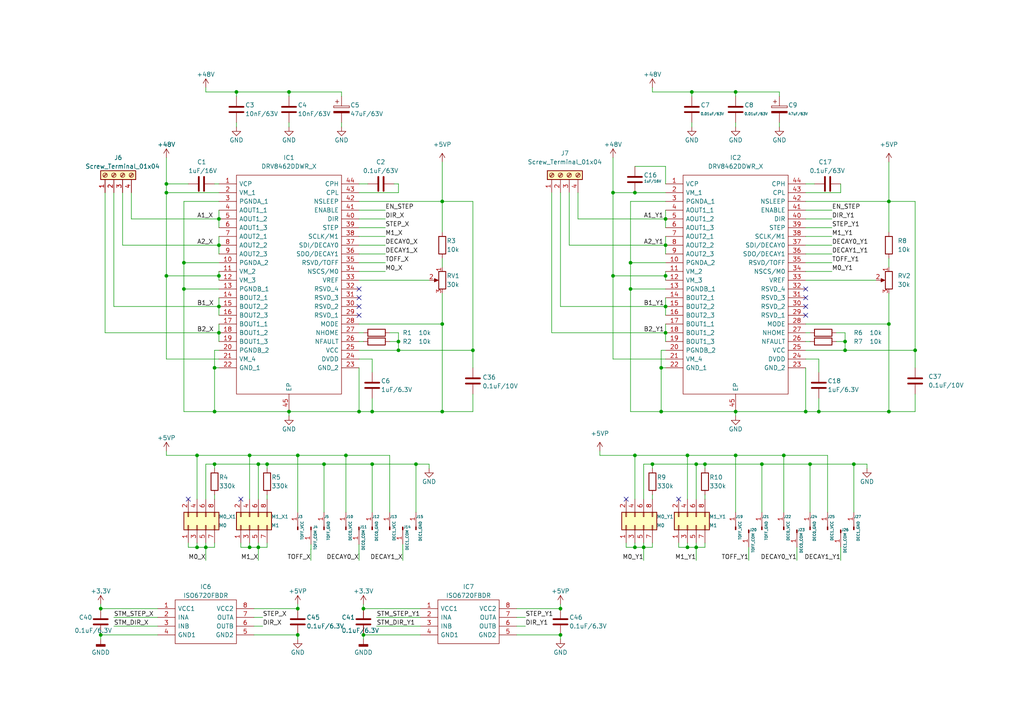
<source format=kicad_sch>
(kicad_sch (version 20230121) (generator eeschema)
  (paper "A4")
  (title_block (title "PCK Controller V1") (company "Josef Pecka"))
  (junction (at 128.27 119.38))
  (junction (at 62.23 119.38))
  (junction (at 86.36 132.08))
  (junction (at 77.47 134.62))
  (junction (at 204.47 134.62))
  (junction (at 182.88 76.2))
  (junction (at 137.16 101.6))
  (junction (at 57.15 158.75))
  (junction (at 184.15 55.88))
  (junction (at 74.93 158.75))
  (junction (at 63.5 80.01))
  (junction (at 57.15 132.08))
  (junction (at 245.11 101.6))
  (junction (at 48.26 80.01))
  (junction (at 86.36 184.15))
  (junction (at 59.69 158.75))
  (junction (at 115.57 99.06))
  (junction (at 213.36 26.67))
  (junction (at 184.15 132.08))
  (junction (at 265.43 101.6))
  (junction (at 128.27 58.42))
  (junction (at 29.21 176.53))
  (junction (at 191.77 119.38))
  (junction (at 193.04 88.9))
  (junction (at 162.56 184.15))
  (junction (at 257.81 93.98))
  (junction (at 201.93 158.75))
  (junction (at 237.49 119.38))
  (junction (at 220.98 134.62))
  (junction (at 83.82 119.38))
  (junction (at 53.34 83.82))
  (junction (at 257.81 119.38))
  (junction (at 104.14 119.38))
  (junction (at 63.5 63.5))
  (junction (at 199.39 132.08))
  (junction (at 199.39 158.75))
  (junction (at 128.27 93.98))
  (junction (at 63.5 96.52))
  (junction (at 201.93 134.62))
  (junction (at 48.26 55.88))
  (junction (at 200.66 26.67))
  (junction (at 182.88 83.82))
  (junction (at 120.65 134.62))
  (junction (at 227.33 132.08))
  (junction (at 234.95 134.62))
  (junction (at 177.8 55.88))
  (junction (at 63.5 88.9))
  (junction (at 62.23 106.68))
  (junction (at 53.34 76.2))
  (junction (at 105.41 176.53))
  (junction (at 100.33 132.08))
  (junction (at 72.39 132.08))
  (junction (at 233.68 119.38))
  (junction (at 189.23 134.62))
  (junction (at 74.93 134.62))
  (junction (at 177.8 80.01))
  (junction (at 213.36 132.08))
  (junction (at 162.56 176.53))
  (junction (at 191.77 106.68))
  (junction (at 105.41 184.15))
  (junction (at 68.58 26.67))
  (junction (at 62.23 134.62))
  (junction (at 184.15 158.75))
  (junction (at 193.04 71.12))
  (junction (at 193.04 63.5))
  (junction (at 186.69 158.75))
  (junction (at 86.36 176.53))
  (junction (at 245.11 99.06))
  (junction (at 72.39 158.75))
  (junction (at 115.57 101.6))
  (junction (at 107.95 134.62))
  (junction (at 193.04 80.01))
  (junction (at 213.36 119.38))
  (junction (at 29.21 184.15))
  (junction (at 83.82 26.67))
  (junction (at 247.65 134.62))
  (junction (at 63.5 71.12))
  (junction (at 257.81 58.42))
  (junction (at 48.26 53.34))
  (junction (at 93.98 134.62))
  (junction (at 193.04 96.52))
  (junction (at 107.95 119.38))
  (no_connect (at 196.85 144.78))
  (no_connect (at 54.61 144.78))
  (no_connect (at 104.14 91.44))
  (no_connect (at 69.85 144.78))
  (no_connect (at 104.14 88.9))
  (no_connect (at 233.68 88.9))
  (no_connect (at 233.68 83.82))
  (no_connect (at 104.14 83.82))
  (no_connect (at 181.61 144.78))
  (no_connect (at 104.14 86.36))
  (no_connect (at 233.68 91.44))
  (no_connect (at 233.68 86.36))
  (wire (pts (xy 77.47 158.75) (xy 74.93 158.75)))
  (wire (pts (xy 104.14 119.38) (xy 107.95 119.38)))
  (wire (pts (xy 184.15 132.08) (xy 199.39 132.08)))
  (wire (pts (xy 182.88 76.2) (xy 193.04 76.2)))
  (wire (pts (xy 38.1 63.5) (xy 38.1 55.88)))
  (wire (pts (xy 53.34 83.82) (xy 53.34 119.38)))
  (wire (pts (xy 86.36 176.53) (xy 86.36 175.26)))
  (wire (pts (xy 83.82 35.56) (xy 83.82 36.83)))
  (wire (pts (xy 189.23 158.75) (xy 186.69 158.75)))
  (wire (pts (xy 237.49 115.57) (xy 237.49 119.38)))
  (wire (pts (xy 38.1 63.5) (xy 63.5 63.5)))
  (wire (pts (xy 162.56 88.9) (xy 162.56 55.88)))
  (wire (pts (xy 48.26 104.14) (xy 63.5 104.14)))
  (wire (pts (xy 69.85 157.48) (xy 69.85 158.75)))
  (wire (pts (xy 115.57 96.52) (xy 115.57 99.06)))
  (wire (pts (xy 189.23 143.51) (xy 189.23 144.78)))
  (wire (pts (xy 243.84 158.75) (xy 243.84 162.56)))
  (wire (pts (xy 48.26 132.08) (xy 48.26 130.81)))
  (wire (pts (xy 182.88 83.82) (xy 182.88 119.38)))
  (wire (pts (xy 105.41 184.15) (xy 121.92 184.15)))
  (wire (pts (xy 257.81 85.09) (xy 257.81 93.98)))
  (wire (pts (xy 76.2 179.07) (xy 73.66 179.07)))
  (wire (pts (xy 54.61 158.75) (xy 57.15 158.75)))
  (wire (pts (xy 104.14 66.04) (xy 111.76 66.04)))
  (wire (pts (xy 104.14 99.06) (xy 105.41 99.06)))
  (wire (pts (xy 77.47 134.62) (xy 77.47 135.89)))
  (wire (pts (xy 33.02 88.9) (xy 63.5 88.9)))
  (wire (pts (xy 213.36 132.08) (xy 199.39 132.08)))
  (wire (pts (xy 181.61 158.75) (xy 184.15 158.75)))
  (wire (pts (xy 137.16 58.42) (xy 137.16 101.6)))
  (wire (pts (xy 149.86 176.53) (xy 162.56 176.53)))
  (wire (pts (xy 237.49 107.95) (xy 237.49 104.14)))
  (wire (pts (xy 213.36 26.67) (xy 226.06 26.67)))
  (wire (pts (xy 204.47 134.62) (xy 204.47 135.89)))
  (wire (pts (xy 74.93 134.62) (xy 77.47 134.62)))
  (wire (pts (xy 204.47 143.51) (xy 204.47 144.78)))
  (wire (pts (xy 62.23 106.68) (xy 62.23 119.38)))
  (wire (pts (xy 213.36 132.08) (xy 227.33 132.08)))
  (wire (pts (xy 233.68 96.52) (xy 234.95 96.52)))
  (wire (pts (xy 243.84 55.88) (xy 243.84 53.34)))
  (wire (pts (xy 116.8204 159.3798) (xy 116.84 159.3798)))
  (wire (pts (xy 128.27 119.38) (xy 137.16 119.38)))
  (wire (pts (xy 204.47 158.75) (xy 201.93 158.75)))
  (wire (pts (xy 181.61 157.48) (xy 181.61 158.75)))
  (wire (pts (xy 53.34 119.38) (xy 62.23 119.38)))
  (wire (pts (xy 199.39 132.08) (xy 199.39 144.78)))
  (wire (pts (xy 245.11 99.06) (xy 245.11 101.6)))
  (wire (pts (xy 83.82 119.38) (xy 104.14 119.38)))
  (wire (pts (xy 59.69 26.67) (xy 68.58 26.67)))
  (wire (pts (xy 104.14 60.96) (xy 111.76 60.96)))
  (wire (pts (xy 109.22 179.07) (xy 121.92 179.07)))
  (wire (pts (xy 193.04 96.52) (xy 193.04 99.06)))
  (wire (pts (xy 184.15 158.75) (xy 184.15 157.48)))
  (wire (pts (xy 30.48 96.52) (xy 30.48 55.88)))
  (wire (pts (xy 104.14 63.5) (xy 111.76 63.5)))
  (wire (pts (xy 227.33 132.08) (xy 240.03 132.08)))
  (wire (pts (xy 111.76 68.58) (xy 104.14 68.58)))
  (wire (pts (xy 29.21 175.26) (xy 29.21 176.53)))
  (wire (pts (xy 201.93 162.56) (xy 201.93 158.75)))
  (wire (pts (xy 109.22 181.61) (xy 121.92 181.61)))
  (wire (pts (xy 233.68 106.68) (xy 233.68 119.38)))
  (wire (pts (xy 137.16 119.38) (xy 137.16 114.3)))
  (wire (pts (xy 182.88 119.38) (xy 191.77 119.38)))
  (wire (pts (xy 54.61 157.48) (xy 54.61 158.75)))
  (wire (pts (xy 72.39 132.08) (xy 72.39 144.78)))
  (wire (pts (xy 69.85 158.75) (xy 72.39 158.75)))
  (wire (pts (xy 152.4 181.61) (xy 149.86 181.61)))
  (wire (pts (xy 63.5 93.98) (xy 63.5 96.52)))
  (wire (pts (xy 257.81 93.98) (xy 257.81 119.38)))
  (wire (pts (xy 128.27 58.42) (xy 128.27 67.31)))
  (wire (pts (xy 62.23 158.75) (xy 59.69 158.75)))
  (wire (pts (xy 189.23 134.62) (xy 201.93 134.62)))
  (wire (pts (xy 167.64 63.5) (xy 167.64 55.88)))
  (wire (pts (xy 137.16 101.6) (xy 137.16 106.68)))
  (wire (pts (xy 73.66 176.53) (xy 86.36 176.53)))
  (wire (pts (xy 204.47 134.62) (xy 220.98 134.62)))
  (wire (pts (xy 200.66 35.56) (xy 200.66 36.83)))
  (wire (pts (xy 234.95 134.62) (xy 247.65 134.62)))
  (wire (pts (xy 160.02 96.52) (xy 193.04 96.52)))
  (wire (pts (xy 149.86 184.15) (xy 162.56 184.15)))
  (wire (pts (xy 182.88 83.82) (xy 193.04 83.82)))
  (wire (pts (xy 193.04 60.96) (xy 193.04 63.5)))
  (wire (pts (xy 86.36 132.08) (xy 72.39 132.08)))
  (wire (pts (xy 233.68 81.28) (xy 254 81.28)))
  (wire (pts (xy 189.23 134.62) (xy 189.23 135.89)))
  (wire (pts (xy 162.56 88.9) (xy 193.04 88.9)))
  (wire (pts (xy 196.85 158.75) (xy 199.39 158.75)))
  (wire (pts (xy 35.56 71.12) (xy 35.56 55.88)))
  (wire (pts (xy 165.1 71.12) (xy 165.1 55.88)))
  (wire (pts (xy 233.68 66.04) (xy 241.3 66.04)))
  (wire (pts (xy 186.69 158.75) (xy 186.69 157.48)))
  (wire (pts (xy 220.98 134.62) (xy 234.95 134.62)))
  (wire (pts (xy 116.8204 157.9191) (xy 116.8204 159.3798)))
  (wire (pts (xy 226.06 35.56) (xy 226.06 36.83)))
  (wire (pts (xy 68.58 26.67) (xy 83.82 26.67)))
  (wire (pts (xy 93.98 134.62) (xy 107.95 134.62)))
  (wire (pts (xy 33.02 88.9) (xy 33.02 55.88)))
  (wire (pts (xy 201.93 134.62) (xy 201.93 144.78)))
  (wire (pts (xy 233.68 63.5) (xy 241.3 63.5)))
  (wire (pts (xy 57.15 158.75) (xy 57.15 157.48)))
  (wire (pts (xy 213.36 35.56) (xy 213.36 36.83)))
  (wire (pts (xy 72.39 158.75) (xy 72.39 157.48)))
  (wire (pts (xy 257.81 58.42) (xy 257.81 67.31)))
  (wire (pts (xy 167.64 63.5) (xy 193.04 63.5)))
  (wire (pts (xy 241.3 78.74) (xy 233.68 78.74)))
  (wire (pts (xy 57.15 132.08) (xy 72.39 132.08)))
  (wire (pts (xy 100.33 132.08) (xy 113.03 132.08)))
  (wire (pts (xy 86.36 148.59) (xy 86.36 132.08)))
  (wire (pts (xy 90.2013 159.3162) (xy 90.17 159.3162)))
  (wire (pts (xy 247.65 134.62) (xy 251.46 134.62)))
  (wire (pts (xy 115.57 55.88) (xy 115.57 53.34)))
  (wire (pts (xy 213.36 26.67) (xy 213.36 27.94)))
  (wire (pts (xy 193.04 63.5) (xy 193.04 66.04)))
  (wire (pts (xy 77.47 134.62) (xy 93.98 134.62)))
  (wire (pts (xy 241.3 76.2) (xy 233.68 76.2)))
  (wire (pts (xy 173.99 132.08) (xy 184.15 132.08)))
  (wire (pts (xy 62.23 134.62) (xy 62.23 135.89)))
  (wire (pts (xy 63.5 78.74) (xy 63.5 80.01)))
  (wire (pts (xy 251.46 134.62) (xy 251.46 135.89)))
  (wire (pts (xy 63.5 68.58) (xy 63.5 71.12)))
  (wire (pts (xy 200.66 26.67) (xy 213.36 26.67)))
  (wire (pts (xy 265.43 119.38) (xy 265.43 114.3)))
  (wire (pts (xy 115.57 101.6) (xy 137.16 101.6)))
  (wire (pts (xy 74.93 158.75) (xy 74.93 157.48)))
  (wire (pts (xy 76.2 181.61) (xy 73.66 181.61)))
  (wire (pts (xy 160.02 96.52) (xy 160.02 55.88)))
  (wire (pts (xy 62.23 157.48) (xy 62.23 158.75)))
  (wire (pts (xy 242.57 99.06) (xy 245.11 99.06)))
  (wire (pts (xy 162.56 176.53) (xy 162.56 175.26)))
  (wire (pts (xy 201.93 158.75) (xy 201.93 157.48)))
  (wire (pts (xy 182.88 76.2) (xy 182.88 83.82)))
  (wire (pts (xy 196.85 157.48) (xy 196.85 158.75)))
  (wire (pts (xy 128.27 58.42) (xy 137.16 58.42)))
  (wire (pts (xy 107.95 119.38) (xy 128.27 119.38)))
  (wire (pts (xy 213.36 148.59) (xy 213.36 132.08)))
  (wire (pts (xy 33.02 179.07) (xy 45.72 179.07)))
  (wire (pts (xy 104.14 81.28) (xy 124.46 81.28)))
  (wire (pts (xy 105.41 185.42) (xy 105.41 184.15)))
  (wire (pts (xy 177.8 45.72) (xy 177.8 55.88)))
  (wire (pts (xy 57.15 132.08) (xy 57.15 144.78)))
  (wire (pts (xy 30.48 96.52) (xy 63.5 96.52)))
  (wire (pts (xy 186.69 144.78) (xy 186.69 134.62)))
  (wire (pts (xy 191.77 106.68) (xy 191.77 119.38)))
  (wire (pts (xy 104.1204 157.9191) (xy 104.1204 160.6498)))
  (wire (pts (xy 63.5 96.52) (xy 63.5 99.06)))
  (wire (pts (xy 233.68 119.38) (xy 237.49 119.38)))
  (wire (pts (xy 226.06 26.67) (xy 226.06 27.94)))
  (wire (pts (xy 257.81 58.42) (xy 265.43 58.42)))
  (wire (pts (xy 86.36 184.15) (xy 86.36 185.42)))
  (wire (pts (xy 193.04 101.6) (xy 191.77 101.6)))
  (wire (pts (xy 184.15 132.08) (xy 184.15 144.78)))
  (wire (pts (xy 59.69 158.75) (xy 59.69 157.48)))
  (wire (pts (xy 68.58 35.56) (xy 68.58 36.83)))
  (wire (pts (xy 48.26 80.01) (xy 63.5 80.01)))
  (wire (pts (xy 99.06 35.56) (xy 99.06 36.83)))
  (wire (pts (xy 29.21 185.42) (xy 29.21 184.15)))
  (wire (pts (xy 234.95 134.62) (xy 234.95 148.59)))
  (wire (pts (xy 233.68 60.96) (xy 241.3 60.96)))
  (wire (pts (xy 233.68 101.6) (xy 245.11 101.6)))
  (wire (pts (xy 245.11 101.6) (xy 265.43 101.6)))
  (wire (pts (xy 201.93 158.75) (xy 199.39 158.75)))
  (wire (pts (xy 63.5 86.36) (xy 63.5 88.9)))
  (wire (pts (xy 257.81 46.99) (xy 257.81 58.42)))
  (wire (pts (xy 152.4 179.07) (xy 149.86 179.07)))
  (wire (pts (xy 120.65 134.62) (xy 120.65 148.59)))
  (wire (pts (xy 29.21 184.15) (xy 45.72 184.15)))
  (wire (pts (xy 177.8 55.88) (xy 184.15 55.88)))
  (wire (pts (xy 204.47 157.48) (xy 204.47 158.75)))
  (wire (pts (xy 104.14 55.88) (xy 115.57 55.88)))
  (wire (pts (xy 83.82 26.67) (xy 99.06 26.67)))
  (wire (pts (xy 59.69 144.78) (xy 59.69 134.62)))
  (wire (pts (xy 165.1 71.12) (xy 193.04 71.12)))
  (wire (pts (xy 233.68 99.06) (xy 234.95 99.06)))
  (wire (pts (xy 242.57 96.52) (xy 245.11 96.52)))
  (wire (pts (xy 189.23 26.67) (xy 200.66 26.67)))
  (wire (pts (xy 162.56 184.15) (xy 162.56 185.42)))
  (wire (pts (xy 191.77 106.68) (xy 193.04 106.68)))
  (wire (pts (xy 237.49 119.38) (xy 257.81 119.38)))
  (wire (pts (xy 220.98 134.62) (xy 220.98 148.59)))
  (wire (pts (xy 265.43 58.42) (xy 265.43 101.6)))
  (wire (pts (xy 184.15 55.88) (xy 193.04 55.88)))
  (wire (pts (xy 213.36 120.65) (xy 213.36 119.38)))
  (wire (pts (xy 107.95 115.57) (xy 107.95 119.38)))
  (wire (pts (xy 193.04 93.98) (xy 193.04 96.52)))
  (wire (pts (xy 48.26 55.88) (xy 63.5 55.88)))
  (wire (pts (xy 63.5 60.96) (xy 63.5 63.5)))
  (wire (pts (xy 105.41 175.26) (xy 105.41 176.53)))
  (wire (pts (xy 53.34 58.42) (xy 63.5 58.42)))
  (wire (pts (xy 62.23 134.62) (xy 74.93 134.62)))
  (wire (pts (xy 120.65 134.62) (xy 124.46 134.62)))
  (wire (pts (xy 74.93 158.75) (xy 72.39 158.75)))
  (wire (pts (xy 105.41 176.53) (xy 121.92 176.53)))
  (wire (pts (xy 86.36 132.08) (xy 100.33 132.08)))
  (wire (pts (xy 241.3 68.58) (xy 233.68 68.58)))
  (wire (pts (xy 128.27 46.99) (xy 128.27 58.42)))
  (wire (pts (xy 233.68 58.42) (xy 257.81 58.42)))
  (wire (pts (xy 191.77 101.6) (xy 191.77 106.68)))
  (wire (pts (xy 233.68 53.34) (xy 236.22 53.34)))
  (wire (pts (xy 104.14 106.68) (xy 104.14 119.38)))
  (wire (pts (xy 115.57 99.06) (xy 115.57 101.6)))
  (wire (pts (xy 128.27 85.09) (xy 128.27 93.98)))
  (wire (pts (xy 74.93 134.62) (xy 74.93 144.78)))
  (wire (pts (xy 227.33 132.08) (xy 227.33 148.59)))
  (wire (pts (xy 107.95 104.14) (xy 104.14 104.14)))
  (wire (pts (xy 59.69 26.67) (xy 59.69 25.4)))
  (wire (pts (xy 193.04 80.01) (xy 193.04 81.28)))
  (wire (pts (xy 48.26 80.01) (xy 48.26 104.14)))
  (wire (pts (xy 177.8 55.88) (xy 177.8 80.01)))
  (wire (pts (xy 201.93 134.62) (xy 204.47 134.62)))
  (wire (pts (xy 63.5 88.9) (xy 63.5 91.44)))
  (wire (pts (xy 233.68 93.98) (xy 257.81 93.98)))
  (wire (pts (xy 193.04 48.26) (xy 193.04 53.34)))
  (wire (pts (xy 182.88 58.42) (xy 182.88 76.2)))
  (wire (pts (xy 177.8 80.01) (xy 193.04 80.01)))
  (wire (pts (xy 245.11 96.52) (xy 245.11 99.06)))
  (wire (pts (xy 90.17 159.3162) (xy 90.17 162.56)))
  (wire (pts (xy 48.26 55.88) (xy 48.26 80.01)))
  (wire (pts (xy 48.26 53.34) (xy 54.61 53.34)))
  (wire (pts (xy 48.26 132.08) (xy 57.15 132.08)))
  (wire (pts (xy 59.69 162.56) (xy 59.69 158.75)))
  (wire (pts (xy 111.76 73.66) (xy 104.14 73.66)))
  (wire (pts (xy 177.8 80.01) (xy 177.8 104.14)))
  (wire (pts (xy 53.34 83.82) (xy 63.5 83.82)))
  (wire (pts (xy 100.33 132.08) (xy 100.33 148.59)))
  (wire (pts (xy 213.36 119.38) (xy 191.77 119.38)))
  (wire (pts (xy 237.49 104.14) (xy 233.68 104.14)))
  (wire (pts (xy 240.03 132.08) (xy 240.03 148.59)))
  (wire (pts (xy 104.1204 160.6498) (xy 104.14 160.6498)))
  (wire (pts (xy 29.21 176.53) (xy 45.72 176.53)))
  (wire (pts (xy 193.04 68.58) (xy 193.04 71.12)))
  (wire (pts (xy 193.04 78.74) (xy 193.04 80.01)))
  (wire (pts (xy 184.15 48.26) (xy 193.04 48.26)))
  (wire (pts (xy 257.81 119.38) (xy 265.43 119.38)))
  (wire (pts (xy 115.57 53.34) (xy 114.3 53.34)))
  (wire (pts (xy 213.36 119.38) (xy 233.68 119.38)))
  (wire (pts (xy 59.69 158.75) (xy 57.15 158.75)))
  (wire (pts (xy 63.5 71.12) (xy 63.5 73.66)))
  (wire (pts (xy 53.34 76.2) (xy 53.34 83.82)))
  (wire (pts (xy 107.95 107.95) (xy 107.95 104.14)))
  (wire (pts (xy 77.47 157.48) (xy 77.47 158.75)))
  (wire (pts (xy 186.69 134.62) (xy 189.23 134.62)))
  (wire (pts (xy 74.93 162.56) (xy 74.93 158.75)))
  (wire (pts (xy 124.46 134.62) (xy 124.46 135.89)))
  (wire (pts (xy 265.43 101.6) (xy 265.43 106.68)))
  (wire (pts (xy 177.8 104.14) (xy 193.04 104.14)))
  (wire (pts (xy 189.23 26.67) (xy 189.23 25.4)))
  (wire (pts (xy 111.76 78.74) (xy 104.14 78.74)))
  (wire (pts (xy 63.5 101.6) (xy 62.23 101.6)))
  (wire (pts (xy 62.23 101.6) (xy 62.23 106.68)))
  (wire (pts (xy 48.26 45.72) (xy 48.26 53.34)))
  (wire (pts (xy 35.56 71.12) (xy 63.5 71.12)))
  (wire (pts (xy 189.23 157.48) (xy 189.23 158.75)))
  (wire (pts (xy 186.69 158.75) (xy 184.15 158.75)))
  (wire (pts (xy 128.27 74.93) (xy 128.27 77.47)))
  (wire (pts (xy 83.82 120.65) (xy 83.82 119.38)))
  (wire (pts (xy 116.84 159.3798) (xy 116.84 162.56)))
  (wire (pts (xy 200.66 26.67) (xy 200.66 27.94)))
  (wire (pts (xy 186.69 162.56) (xy 186.69 158.75)))
  (wire (pts (xy 193.04 71.12) (xy 193.04 73.66)))
  (wire (pts (xy 217.17 162.56) (xy 217.17 158.75)))
  (wire (pts (xy 241.3 73.66) (xy 233.68 73.66)))
  (wire (pts (xy 62.23 53.34) (xy 63.5 53.34)))
  (wire (pts (xy 257.81 74.93) (xy 257.81 77.47)))
  (wire (pts (xy 83.82 26.67) (xy 83.82 27.94)))
  (wire (pts (xy 104.14 160.6498) (xy 104.14 162.56)))
  (wire (pts (xy 111.76 71.12) (xy 104.14 71.12)))
  (wire (pts (xy 182.88 58.42) (xy 193.04 58.42)))
  (wire (pts (xy 33.02 181.61) (xy 45.72 181.61)))
  (wire (pts (xy 193.04 88.9) (xy 193.04 91.44)))
  (wire (pts (xy 193.04 86.36) (xy 193.04 88.9)))
  (wire (pts (xy 63.5 80.01) (xy 63.5 81.28)))
  (wire (pts (xy 77.47 143.51) (xy 77.47 144.78)))
  (wire (pts (xy 107.95 134.62) (xy 120.65 134.62)))
  (wire (pts (xy 128.27 93.98) (xy 128.27 119.38)))
  (wire (pts (xy 113.03 99.06) (xy 115.57 99.06)))
  (wire (pts (xy 62.23 143.51) (xy 62.23 144.78)))
  (wire (pts (xy 107.95 134.62) (xy 107.95 148.59)))
  (wire (pts (xy 104.14 96.52) (xy 105.41 96.52)))
  (wire (pts (xy 53.34 58.42) (xy 53.34 76.2)))
  (wire (pts (xy 113.03 132.08) (xy 113.03 148.59)))
  (wire (pts (xy 111.76 76.2) (xy 104.14 76.2)))
  (wire (pts (xy 173.99 130.81) (xy 173.99 132.08)))
  (wire (pts (xy 90.2013 159.3162) (xy 90.2013 157.9191)))
  (wire (pts (xy 104.14 93.98) (xy 128.27 93.98)))
  (wire (pts (xy 247.65 134.62) (xy 247.65 148.59)))
  (wire (pts (xy 104.14 53.34) (xy 106.68 53.34)))
  (wire (pts (xy 73.66 184.15) (xy 86.36 184.15)))
  (wire (pts (xy 231.14 158.75) (xy 231.14 162.56)))
  (wire (pts (xy 233.68 55.88) (xy 243.84 55.88)))
  (wire (pts (xy 113.03 96.52) (xy 115.57 96.52)))
  (wire (pts (xy 99.06 26.67) (xy 99.06 27.94)))
  (wire (pts (xy 83.82 119.38) (xy 62.23 119.38)))
  (wire (pts (xy 104.14 101.6) (xy 115.57 101.6)))
  (wire (pts (xy 241.3 71.12) (xy 233.68 71.12)))
  (wire (pts (xy 68.58 26.67) (xy 68.58 27.94)))
  (wire (pts (xy 199.39 158.75) (xy 199.39 157.48)))
  (wire (pts (xy 62.23 106.68) (xy 63.5 106.68)))
  (wire (pts (xy 48.26 53.34) (xy 48.26 55.88)))
  (wire (pts (xy 53.34 76.2) (xy 63.5 76.2)))
  (wire (pts (xy 63.5 63.5) (xy 63.5 66.04)))
  (wire (pts (xy 59.69 134.62) (xy 62.23 134.62)))
  (wire (pts (xy 104.14 58.42) (xy 128.27 58.42)))
  (wire (pts (xy 93.98 134.62) (xy 93.98 148.59)))
  (label "M1_X" (at 74.93 162.56 180))
  (label "DECAY1_X" (at 111.76 73.66 0))
  (label "DIR_Y1" (at 241.3 63.5 0))
  (label "STM_STEP_X" (at 33.02 179.07 0))
  (label "DIR_X" (at 111.76 63.5 0))
  (label "M0_X" (at 111.76 78.74 0))
  (label "DECAY0_X" (at 104.14 162.56 180))
  (label "EN_STEP" (at 241.3 60.96 0))
  (label "DECAY0_Y1" (at 241.3 71.12 0))
  (label "A2_Y1" (at 186.69 71.12 0))
  (label "B1_X" (at 57.15 88.9 0))
  (label "B1_Y1" (at 186.69 88.9 0))
  (label "M0_Y1" (at 241.3 78.74 0))
  (label "TOFF_Y1" (at 217.17 162.56 180))
  (label "M0_X" (at 59.69 162.56 180))
  (label "TOFF_Y1" (at 241.3 76.2 0))
  (label "STEP_X" (at 76.2 179.07 0))
  (label "B2_Y1" (at 186.69 96.52 0))
  (label "STM_DIR_X" (at 33.02 181.61 0))
  (label "STEP_Y1" (at 241.3 66.04 0))
  (label "TOFF_X" (at 90.17 162.56 180))
  (label "TOFF_X" (at 111.76 76.2 0))
  (label "A2_X" (at 57.15 71.12 0))
  (label "STEP_X" (at 111.76 66.04 0))
  (label "M0_Y1" (at 186.69 162.56 180))
  (label "STM_DIR_Y1" (at 109.22 181.61 0))
  (label "STEP_Y1" (at 152.4 179.07 0))
  (label "DECAY0_Y1" (at 231.14 162.56 180))
  (label "EN_STEP" (at 111.76 60.96 0))
  (label "M1_Y1" (at 201.93 162.56 180))
  (label "M1_X" (at 111.76 68.58 0))
  (label "B2_X" (at 57.15 96.52 0))
  (label "A1_Y1" (at 186.69 63.5 0))
  (label "M1_Y1" (at 241.3 68.58 0))
  (label "A1_X" (at 57.15 63.5 0))
  (label "DIR_X" (at 76.2 181.61 0))
  (label "STM_STEP_Y1" (at 109.22 179.07 0))
  (label "DECAY1_Y1" (at 241.3 73.66 0))
  (label "DECAY1_Y1" (at 243.84 162.56 180))
  (label "DECAY1_X" (at 116.84 162.56 180))
  (label "DECAY0_X" (at 111.76 71.12 0))
  (label "DIR_Y1" (at 152.4 181.61 0))
  (symbol (lib_id "power:GND") (at 83.82 36.83 0) (unit 1)
    (property "Reference" "#PWR08" (effects hide))
    (property "Value" "GND" (at 83.82 40.64 0))
    (instances (project "CNC_board" (path "" (reference "#PWR08") (unit 1))) (project "PCK-Controller" (path "" (reference "#PWR027") (unit 1))) (project "CNC_controll_board" (path "" (reference "#PWR08") (unit 1))))
  )
  (symbol (lib_id "Connector:Conn_01x01_Pin") (at 107.95 153.67 90) (unit 1)
    (property "Reference" "J12" (at 107.95 149.86 90) (effects (font (size 0.75 0.75)) (justify right)))
    (property "Value" "DEC0_GND" (at 109.22 151.13 0) (effects (font (size 0.75 0.75)) (justify right)))
    (property "Footprint" "PADs:Pad_0.75x0.75mm_borderless" (effects hide))
  )
  (symbol (lib_id "Device:C") (at 213.36 31.75 0) (unit 1)
    (property "Reference" "C8" (at 215.9 30.48 0) (effects (justify left)))
    (property "Value" "0.01uF/63V" (at 215.9 33.02 0) (effects (font (size 0.75 0.75)) (justify left)))
    (property "Footprint" "Capacitor_SMD:C_0805_2012Metric" (effects hide))
    (instances (project "CNC_board" (path "" (reference "C8") (unit 1))) (project "PCK-Controller" (path "" (reference "C8") (unit 1))) (project "CNC_controll_board" (path "" (reference "C4") (unit 1))))
  )
  (symbol (lib_id "Connector:Conn_01x01_Pin") (at 86.36 153.67 90) (unit 1)
    (property "Reference" "J3" (at 86.36 149.86 90) (effects (font (size 0.75 0.75)) (justify right)))
    (property "Value" "TOFF_VCC" (at 87.63 151.13 0) (effects (font (size 0.75 0.75)) (justify right)))
    (property "Footprint" "PADs:Pad_0.75x0.75mm_borderless" (effects hide))
  )
  (symbol (lib_id "Device:R") (at 189.23 139.7 0) (unit 1)
    (property "Reference" "R9" (at 190.5 138.43 0) (effects (justify left)))
    (property "Value" "330k" (at 190.5 140.97 0) (effects (justify left)))
    (property "Footprint" "Resistor_SMD:R_0603_1608Metric" (effects hide))
  )
  (symbol (lib_id "Device:C") (at 29.21 180.34 0) (unit 1)
    (property "Reference" "C40" (at 22.86 179.07 0) (effects (justify left)))
    (property "Value" "0.1uF/6.3V" (at 21.59 182.88 0) (effects (justify left)))
    (property "Footprint" "Capacitor_SMD:C_0402_1005Metric" (effects hide))
    (instances (project "CNC_board" (path "" (reference "C40") (unit 1))) (project "PCK-Controller" (path "" (reference "C43") (unit 1)) (path "" (reference "C40") (unit 1))))
  )
  (symbol (lib_id "power:+3.3V") (at 29.21 175.26 0) (unit 1)
    (property "Reference" "#PWR034" (effects hide))
    (property "Value" "+3.3V" (at 29.21 171.45 0))
    (instances (project "CNC_board" (path "" (reference "#PWR034") (unit 1))) (project "PCK-Controller" (path "" (reference "#PWR059") (unit 1)) (path "" (reference "#PWR059") (unit 1))))
  )
  (symbol (lib_id "Device:C_Polarized") (at 99.06 31.75 0) (unit 1)
    (property "Reference" "C5" (at 101.6 30.48 0) (effects (justify left)))
    (property "Value" "47uF/63V" (at 101.6 33.02 0) (effects (font (size 1.25 1.25)) (justify left)))
    (property "Footprint" "Capacitor_SMD:CP_Elec_8x10" (effects hide))
  )
  (symbol (lib_id "Connector:Conn_01x01_Pin") (at 240.03 153.67 90) (unit 1)
    (property "Reference" "J25" (at 240.03 149.86 90) (effects (font (size 0.75 0.75)) (justify right)))
    (property "Value" "DEC1_VCC" (at 241.3 151.13 0) (effects (font (size 0.75 0.75)) (justify right)))
    (property "Footprint" "PADs:Pad_0.75x0.75mm_borderless" (effects hide))
  )
  (symbol (lib_id "SamacSys_Parts:ISO6720FBDR") (at 45.72 176.53 0) (unit 1)
    (property "Reference" "IC6" (at 59.69 170.18 0))
    (property "Value" "ISO6720FBDR" (at 59.69 172.72 0))
    (property "Footprint" "SamacSys_Parts:SOIC127P600X175-8N" (effects hide))
    (property "Datasheet" "https://www.ti.com/lit/ds/symlink/iso6720.pdf?ts=1631770491208&ref_url=https%253A%252F%252Fwww.ti.com%252Fproduct%252FISO6720" (effects hide))
    (property "Description" "Digital Isolators General purpose dual-channel, 2/0, digital isolator" (effects hide))
    (property "Height" "1.75" (effects hide))
    (property "Mouser Part Number" "595-ISO6720FBDR" (effects hide))
    (property "Mouser Price/Stock" "https://www.mouser.co.uk/ProductDetail/Texas-Instruments/ISO6720FBDR?qs=QNEnbhJQKva93m6DsjFZMw%3D%3D" (effects hide))
    (property "Manufacturer_Name" "Texas Instruments" (effects hide))
    (property "Manufacturer_Part_Number" "ISO6720FBDR" (effects hide))
    (instances (project "CNC_board" (path "" (reference "IC6") (unit 1))) (project "PCK-Controller" (path "" (reference "IC5") (unit 1)) (path "" (reference "IC6") (unit 1))))
  )
  (symbol (lib_id "Device:R_Potentiometer") (at 257.81 81.28 0) (mirror y) (unit 1)
    (property "Reference" "RV2" (at 260.35 80.01 0) (effects (justify right)))
    (property "Value" "30k" (at 260.35 82.55 0) (effects (justify right)))
    (property "Footprint" "Potentiometer_SMD:Potentiometer_Bourns_TC33X_Vertical" (effects hide))
    (instances (project "CNC_board" (path "" (reference "RV2") (unit 1))) (project "PCK-Controller" (path "" (reference "RV2") (unit 1))) (project "CNC_controll_board" (path "" (reference "RV1") (unit 1))))
  )
  (symbol (lib_id "power:GND") (at 200.66 36.83 0) (unit 1)
    (property "Reference" "#PWR01" (effects hide))
    (property "Value" "GND" (at 200.66 40.64 0))
    (instances (project "CNC_board" (path "" (reference "#PWR01") (unit 1))) (project "PCK-Controller" (path "" (reference "#PWR035") (unit 1))) (project "CNC_controll_board" (path "" (reference "#PWR07") (unit 1))))
  )
  (symbol (lib_id "Connector:Conn_01x01_Pin") (at 116.8204 152.8391 270) (unit 1)
    (property "Reference" "J14" (at 118.0904 152.8391 90) (effects (font (size 0.75 0.75))))
    (property "Value" "DEC1_COM" (at 118.0904 156.6491 0) (effects (font (size 0.75 0.75))))
    (property "Footprint" "PADs:Pad_0.75x0.75mm_borderless" (effects hide))
  )
  (symbol (lib_id "Device:C") (at 83.82 31.75 0) (unit 1)
    (property "Reference" "C4" (at 86.36 30.48 0) (effects (justify left)))
    (property "Value" "10nF/63V" (at 86.36 33.02 0) (effects (font (size 1.25 1.25)) (justify left)))
    (property "Footprint" "Capacitor_SMD:C_0805_2012Metric" (effects hide))
  )
  (symbol (lib_id "Device:C") (at 86.36 180.34 0) (unit 1)
    (property "Reference" "C45" (at 88.9 179.07 0) (effects (justify left)))
    (property "Value" "0.1uF/6.3V" (at 88.9 181.61 0) (effects (justify left)))
    (property "Footprint" "Capacitor_SMD:C_0603_1608Metric" (effects hide))
  )
  (symbol (lib_id "Connector:Conn_01x01_Pin") (at 120.65 153.67 90) (unit 1)
    (property "Reference" "J15" (at 120.65 149.86 90) (effects (font (size 0.75 0.75)) (justify right)))
    (property "Value" "DEC1_GND" (at 121.92 151.13 0) (effects (font (size 0.75 0.75)) (justify right)))
    (property "Footprint" "PADs:Pad_0.75x0.75mm_borderless" (effects hide))
  )
  (symbol (lib_id "Connector:Conn_01x01_Pin") (at 247.65 153.67 90) (unit 1)
    (property "Reference" "J27" (at 247.65 149.86 90) (effects (font (size 0.75 0.75)) (justify right)))
    (property "Value" "DEC1_GND" (at 248.92 151.13 0) (effects (font (size 0.75 0.75)) (justify right)))
    (property "Footprint" "PADs:Pad_0.75x0.75mm_borderless" (effects hide))
  )
  (symbol (lib_id "Connector_Generic:Conn_02x04_Odd_Even") (at 184.15 152.4 90) (unit 1)
    (property "Reference" "M0_Y1" (at 190.5 149.86 90) (effects (font (size 1 1)) (justify right)))
    (property "Value" "M0" (at 190.5 152.4 90) (effects (font (size 1 1)) (justify right)))
    (property "Footprint" "Connector_PinHeader_2.54mm:PinHeader_2x04_P2.54mm_Vertical" (effects hide))
  )
  (symbol (lib_id "power:GND") (at 226.06 36.83 0) (unit 1)
    (property "Reference" "#PWR03" (effects hide))
    (property "Value" "GND" (at 226.06 40.64 0))
    (instances (project "CNC_board" (path "" (reference "#PWR03") (unit 1))) (project "PCK-Controller" (path "" (reference "#PWR038") (unit 1))) (project "CNC_controll_board" (path "" (reference "#PWR09") (unit 1))))
  )
  (symbol (lib_id "Device:R") (at 238.76 96.52 90) (unit 1)
    (property "Reference" "R6" (at 248.92 96.52 90))
    (property "Value" "10k" (at 254 96.52 90))
    (property "Footprint" "Resistor_SMD:R_0603_1608Metric" (effects hide))
    (instances (project "CNC_board" (path "" (reference "R6") (unit 1))) (project "PCK-Controller" (path "" (reference "R6") (unit 1))) (project "CNC_controll_board" (path "" (reference "R1") (unit 1))))
  )
  (symbol (lib_id "power:+5VP") (at 128.27 46.99 0) (unit 1)
    (property "Reference" "#PWR047" (effects hide))
    (property "Value" "+5VP" (at 128.27 41.91 0))
    (instances (project "CNC_board" (path "" (reference "#PWR047") (unit 1))) (project "PCK-Controller" (path "" (reference "#PWR031") (unit 1))))
  )
  (symbol (lib_id "Device:C") (at 240.03 53.34 90) (unit 1)
    (property "Reference" "C17" (at 241.3 46.99 90) (effects (justify left)))
    (property "Value" "0.1uF/63V" (at 245.11 49.53 90) (effects (justify left)))
    (property "Footprint" "Capacitor_SMD:C_0805_2012Metric" (effects hide))
    (instances (project "CNC_board" (path "" (reference "C17") (unit 1))) (project "PCK-Controller" (path "" (reference "C17") (unit 1))) (project "CNC_controll_board" (path "" (reference "C2") (unit 1))))
  )
  (symbol (lib_id "Device:C") (at 237.49 111.76 0) (unit 1)
    (property "Reference" "C18" (at 240.03 110.49 0) (effects (justify left)))
    (property "Value" "1uF/6.3V" (at 240.03 113.03 0) (effects (justify left)))
    (property "Footprint" "Capacitor_SMD:C_0603_1608Metric" (effects hide))
    (instances (project "CNC_board" (path "" (reference "C18") (unit 1))) (project "PCK-Controller" (path "" (reference "C18") (unit 1))) (project "CNC_controll_board" (path "" (reference "C6") (unit 1))))
  )
  (symbol (lib_id "Connector:Conn_01x01_Pin") (at 243.84 153.67 270) (unit 1)
    (property "Reference" "J26" (at 245.11 153.67 90) (effects (font (size 0.75 0.75))))
    (property "Value" "DEC1_COM" (at 245.11 157.48 0) (effects (font (size 0.75 0.75))))
    (property "Footprint" "PADs:Pad_0.75x0.75mm_borderless" (effects hide))
  )
  (symbol (lib_id "Device:C") (at 58.42 53.34 270) (unit 1)
    (property "Reference" "C1" (at 57.15 46.99 90) (effects (justify left)))
    (property "Value" "1uF/16V" (at 54.61 49.53 90) (effects (font (size 1.25 1.25)) (justify left)))
    (property "Footprint" "Capacitor_SMD:C_0603_1608Metric" (effects hide))
  )
  (symbol (lib_id "power:GND") (at 83.82 120.65 0) (unit 1)
    (property "Reference" "#PWR06" (effects hide))
    (property "Value" "GND" (at 83.82 124.46 0))
    (instances (project "CNC_board" (path "" (reference "#PWR06") (unit 1))) (project "PCK-Controller" (path "" (reference "#PWR028") (unit 1))) (project "CNC_controll_board" (path "" (reference "#PWR06") (unit 1))))
  )
  (symbol (lib_id "Device:C") (at 184.15 52.07 0) (unit 1)
    (property "Reference" "C16" (at 186.69 50.8 0) (effects (justify left)))
    (property "Value" "1uF/16V" (at 186.7891 52.5602 0) (effects (font (size 0.75 0.75)) (justify left)))
    (property "Footprint" "Capacitor_SMD:C_0603_1608Metric" (effects hide))
    (instances (project "CNC_board" (path "" (reference "C16") (unit 1))) (project "PCK-Controller" (path "" (reference "C16") (unit 1))) (project "CNC_controll_board" (path "" (reference "C1") (unit 1))))
  )
  (symbol (lib_id "SamacSys_Parts:DRV8462DDWR") (at 63.5 53.34 0) (unit 1)
    (property "Reference" "IC1" (at 83.82 45.72 0))
    (property "Value" "DRV8462DDWR_X" (at 83.82 48.26 0))
    (property "Footprint" "SamacSys_Parts:SOP64P810X120-45N" (effects hide))
    (property "Datasheet" "https://www.ti.com/lit/gpn/drv8462" (effects hide))
    (property "Description" "Motor / Motion / Ignition Controllers & Drivers 65-V, 10-A, dual H-bridge stepper motor driver with smart tune, stall detect and auto-torque" (effects hide))
    (property "Height" "1.2" (effects hide))
    (property "Mouser Part Number" "595-DRV8462DDWR" (effects hide))
    (property "Mouser Price/Stock" "https://www.mouser.co.uk/ProductDetail/Texas-Instruments/DRV8462DDWR?qs=rQFj71Wb1eVexvYNsDfnvA%3D%3D" (effects hide))
    (property "Manufacturer_Name" "Texas Instruments" (effects hide))
    (property "Manufacturer_Part_Number" "DRV8462DDWR" (effects hide))
  )
  (symbol (lib_id "Device:C") (at 68.58 31.75 0) (unit 1)
    (property "Reference" "C3" (at 71.12 30.48 0) (effects (justify left)))
    (property "Value" "10nF/63V" (at 71.12 33.02 0) (effects (font (size 1.25 1.25)) (justify left)))
    (property "Footprint" "Capacitor_SMD:C_0805_2012Metric" (effects hide))
  )
  (symbol (lib_id "Connector:Conn_01x01_Pin") (at 113.03 153.67 90) (unit 1)
    (property "Reference" "J13" (at 113.03 149.86 90) (effects (font (size 0.75 0.75)) (justify right)))
    (property "Value" "DEC1_VCC" (at 114.3 151.13 0) (effects (font (size 0.75 0.75)) (justify right)))
    (property "Footprint" "PADs:Pad_0.75x0.75mm_borderless" (effects hide))
  )
  (symbol (lib_id "Connector:Screw_Terminal_01x04") (at 33.02 50.8 90) (unit 1)
    (property "Reference" "J6" (at 34.29 45.72 90))
    (property "Value" "Screw_Terminal_01x04" (at 35.56 48.26 90))
    (property "Footprint" "TerminalBlock_4Ucon:TerminalBlock_4Ucon_1x04_P3.50mm_Horizontal" (effects hide))
  )
  (symbol (lib_id "power:GND") (at 162.56 185.42 0) (unit 1)
    (property "Reference" "#PWR065" (effects hide))
    (property "Value" "GND" (at 162.56 189.23 0))
    (instances (project "CNC_board" (path "" (reference "#PWR065") (unit 1))) (project "PCK-Controller" (path "" (reference "#PWR066") (unit 1)) (path "" (reference "#PWR066") (unit 1))) (project "CNC_controll_board" (path "" (reference "#PWR06") (unit 1))))
  )
  (symbol (lib_id "power:GNDD") (at 29.21 185.42 0) (unit 1)
    (property "Reference" "#PWR027" (effects hide))
    (property "Value" "GNDD" (at 29.21 189.23 0))
    (instances (project "CNC_board" (path "" (reference "#PWR027") (unit 1))) (project "PCK-Controller" (path "" (reference "#PWR060") (unit 1)) (path "" (reference "#PWR060") (unit 1))))
  )
  (symbol (lib_id "SamacSys_Parts:ISO6720FBDR") (at 121.92 176.53 0) (unit 1)
    (property "Reference" "IC7" (at 135.89 170.18 0))
    (property "Value" "ISO6720FBDR" (at 135.89 172.72 0))
    (property "Footprint" "SamacSys_Parts:SOIC127P600X175-8N" (effects hide))
    (property "Datasheet" "https://www.ti.com/lit/ds/symlink/iso6720.pdf?ts=1631770491208&ref_url=https%253A%252F%252Fwww.ti.com%252Fproduct%252FISO6720" (effects hide))
    (property "Description" "Digital Isolators General purpose dual-channel, 2/0, digital isolator" (effects hide))
    (property "Height" "1.75" (effects hide))
    (property "Mouser Part Number" "595-ISO6720FBDR" (effects hide))
    (property "Mouser Price/Stock" "https://www.mouser.co.uk/ProductDetail/Texas-Instruments/ISO6720FBDR?qs=QNEnbhJQKva93m6DsjFZMw%3D%3D" (effects hide))
    (property "Manufacturer_Name" "Texas Instruments" (effects hide))
    (property "Manufacturer_Part_Number" "ISO6720FBDR" (effects hide))
    (instances (project "CNC_board" (path "" (reference "IC7") (unit 1))) (project "PCK-Controller" (path "" (reference "IC6") (unit 1)) (path "" (reference "IC7") (unit 1))))
  )
  (symbol (lib_id "Connector:Conn_01x01_Pin") (at 231.14 153.67 270) (unit 1)
    (property "Reference" "J23" (at 232.41 153.67 90) (effects (font (size 0.75 0.75))))
    (property "Value" "DEC0_COM" (at 232.41 157.48 0) (effects (font (size 0.75 0.75))))
    (property "Footprint" "PADs:Pad_0.75x0.75mm_borderless" (effects hide))
  )
  (symbol (lib_id "Connector:Conn_01x01_Pin") (at 93.98 153.67 90) (unit 1)
    (property "Reference" "J5" (at 93.98 149.86 90) (effects (font (size 0.75 0.75)) (justify right)))
    (property "Value" "TOFF_GND" (at 95.25 151.13 0) (effects (font (size 0.75 0.75)) (justify right)))
    (property "Footprint" "PADs:Pad_0.75x0.75mm_borderless" (effects hide))
  )
  (symbol (lib_id "power:GNDD") (at 105.41 185.42 0) (unit 1)
    (property "Reference" "#PWR028" (effects hide))
    (property "Value" "GNDD" (at 105.41 189.23 0))
    (instances (project "CNC_board" (path "" (reference "#PWR028") (unit 1))) (project "PCK-Controller" (path "" (reference "#PWR062") (unit 1)) (path "" (reference "#PWR062") (unit 1))))
  )
  (symbol (lib_id "Connector:Conn_01x01_Pin") (at 227.33 153.67 90) (unit 1)
    (property "Reference" "J22" (at 227.33 149.86 90) (effects (font (size 0.75 0.75)) (justify right)))
    (property "Value" "DEC0_VCC" (at 228.6 151.13 0) (effects (font (size 0.75 0.75)) (justify right)))
    (property "Footprint" "PADs:Pad_0.75x0.75mm_borderless" (effects hide))
  )
  (symbol (lib_id "Device:R") (at 257.81 71.12 0) (unit 1)
    (property "Reference" "R8" (at 260.35 69.85 0) (effects (justify left)))
    (property "Value" "10k" (at 260.35 72.39 0) (effects (justify left)))
    (property "Footprint" "Resistor_SMD:R_0603_1608Metric" (effects hide))
    (instances (project "CNC_board" (path "" (reference "R8") (unit 1))) (project "PCK-Controller" (path "" (reference "R8") (unit 1))) (project "CNC_controll_board" (path "" (reference "R3") (unit 1))))
  )
  (symbol (lib_id "Connector:Conn_01x01_Pin") (at 213.36 153.67 90) (unit 1)
    (property "Reference" "J19" (at 213.36 149.86 90) (effects (font (size 0.75 0.75)) (justify right)))
    (property "Value" "TOFF_VCC" (at 214.63 151.13 0) (effects (font (size 0.75 0.75)) (justify right)))
    (property "Footprint" "PADs:Pad_0.75x0.75mm_borderless" (effects hide))
  )
  (symbol (lib_id "power:+3.3V") (at 105.41 175.26 0) (unit 1)
    (property "Reference" "#PWR035" (effects hide))
    (property "Value" "+3.3V" (at 105.41 171.45 0))
    (instances (project "CNC_board" (path "" (reference "#PWR035") (unit 1))) (project "PCK-Controller" (path "" (reference "#PWR061") (unit 1)) (path "" (reference "#PWR061") (unit 1))))
  )
  (symbol (lib_id "power:+5VP") (at 257.81 46.99 0) (unit 1)
    (property "Reference" "#PWR055" (effects hide))
    (property "Value" "+5VP" (at 257.81 41.91 0))
    (instances (project "CNC_board" (path "" (reference "#PWR055") (unit 1))) (project "PCK-Controller" (path "" (reference "#PWR040") (unit 1))))
  )
  (symbol (lib_id "power:+5VP") (at 48.26 130.81 0) (unit 1)
    (property "Reference" "#PWR048" (effects hide))
    (property "Value" "+5VP" (at 48.26 127 0))
    (instances (project "CNC_board" (path "" (reference "#PWR048") (unit 1))) (project "PCK-Controller" (path "" (reference "#PWR023") (unit 1))))
  )
  (symbol (lib_id "power:+48V") (at 189.23 25.4 0) (unit 1)
    (property "Reference" "#PWR039" (effects hide))
    (property "Value" "+48V" (at 189.23 21.59 0))
    (instances (project "CNC_board" (path "" (reference "#PWR039") (unit 1))) (project "PCK-Controller" (path "" (reference "#PWR034") (unit 1))))
  )
  (symbol (lib_id "SamacSys_Parts:DRV8462DDWR") (at 193.04 53.34 0) (unit 1)
    (property "Reference" "IC2" (at 213.36 45.72 0))
    (property "Value" "DRV8462DDWR_X" (at 213.36 48.26 0))
    (property "Footprint" "SamacSys_Parts:SOP64P810X120-45N" (effects hide))
    (property "Datasheet" "https://www.ti.com/lit/gpn/drv8462" (effects hide))
    (property "Description" "Motor / Motion / Ignition Controllers & Drivers 65-V, 10-A, dual H-bridge stepper motor driver with smart tune, stall detect and auto-torque" (effects hide))
    (property "Height" "1.2" (effects hide))
    (property "Mouser Part Number" "595-DRV8462DDWR" (effects hide))
    (property "Mouser Price/Stock" "https://www.mouser.co.uk/ProductDetail/Texas-Instruments/DRV8462DDWR?qs=rQFj71Wb1eVexvYNsDfnvA%3D%3D" (effects hide))
    (property "Manufacturer_Name" "Texas Instruments" (effects hide))
    (property "Manufacturer_Part_Number" "DRV8462DDWR" (effects hide))
    (instances (project "CNC_board" (path "" (reference "IC2") (unit 1))) (project "PCK-Controller" (path "" (reference "IC2") (unit 1))) (project "CNC_controll_board" (path "" (reference "IC1") (unit 1))))
  )
  (symbol (lib_id "power:+48V") (at 59.69 25.4 0) (unit 1)
    (property "Reference" "#PWR033" (effects hide))
    (property "Value" "+48V" (at 59.69 21.59 0))
    (instances (project "CNC_board" (path "" (reference "#PWR033") (unit 1))) (project "PCK-Controller" (path "" (reference "#PWR025") (unit 1))))
  )
  (symbol (lib_id "power:GND") (at 251.46 135.89 0) (unit 1)
    (property "Reference" "#PWR018" (effects hide))
    (property "Value" "GND" (at 251.46 139.7 0))
    (instances (project "CNC_board" (path "" (reference "#PWR018") (unit 1))) (project "PCK-Controller" (path "" (reference "#PWR039") (unit 1))) (project "CNC_controll_board" (path "" (reference "#PWR03") (unit 1))))
  )
  (symbol (lib_id "Device:R") (at 62.23 139.7 0) (unit 1)
    (property "Reference" "R4" (at 63.5 138.43 0) (effects (justify left)))
    (property "Value" "330k" (at 63.5 140.97 0) (effects (justify left)))
    (property "Footprint" "Resistor_SMD:R_0603_1608Metric" (effects hide))
  )
  (symbol (lib_id "Connector:Conn_01x01_Pin") (at 217.17 153.67 270) (unit 1)
    (property "Reference" "J20" (at 218.44 153.67 90) (effects (font (size 0.75 0.75))))
    (property "Value" "TOFF_COM" (at 218.44 157.48 0) (effects (font (size 0.75 0.75))))
    (property "Footprint" "PADs:Pad_0.75x0.75mm_borderless" (effects hide))
  )
  (symbol (lib_id "Device:R") (at 238.76 99.06 270) (unit 1)
    (property "Reference" "R7" (at 248.92 99.06 90))
    (property "Value" "10k" (at 254 99.06 90))
    (property "Footprint" "Resistor_SMD:R_0603_1608Metric" (effects hide))
    (instances (project "CNC_board" (path "" (reference "R7") (unit 1))) (project "PCK-Controller" (path "" (reference "R7") (unit 1))) (project "CNC_controll_board" (path "" (reference "R2") (unit 1))))
  )
  (symbol (lib_id "Connector_Generic:Conn_02x04_Odd_Even") (at 199.39 152.4 90) (unit 1)
    (property "Reference" "M1_Y1" (at 205.74 149.86 90) (effects (font (size 1 1)) (justify right)))
    (property "Value" "M1" (at 205.74 152.4 90) (effects (font (size 1 1)) (justify right)))
    (property "Footprint" "Connector_PinHeader_2.54mm:PinHeader_2x04_P2.54mm_Vertical" (effects hide))
  )
  (symbol (lib_id "Device:C") (at 105.41 180.34 0) (unit 1)
    (property "Reference" "C41" (at 99.06 179.07 0) (effects (justify left)))
    (property "Value" "0.1uF/6.3V" (at 99.06 182.88 0) (effects (justify left)))
    (property "Footprint" "Capacitor_SMD:C_0402_1005Metric" (effects hide))
    (instances (project "CNC_board" (path "" (reference "C41") (unit 1))) (project "PCK-Controller" (path "" (reference "C44") (unit 1)) (path "" (reference "C41") (unit 1))))
  )
  (symbol (lib_id "power:+5VP") (at 86.36 175.26 0) (unit 1)
    (property "Reference" "#PWR057" (effects hide))
    (property "Value" "+5VP" (at 86.36 171.45 0))
    (instances (project "CNC_board" (path "" (reference "#PWR057") (unit 1))) (project "PCK-Controller" (path "" (reference "#PWR063") (unit 1)) (path "" (reference "#PWR063") (unit 1))))
  )
  (symbol (lib_id "power:GND") (at 86.36 185.42 0) (unit 1)
    (property "Reference" "#PWR066" (effects hide))
    (property "Value" "GND" (at 86.36 189.23 0))
    (instances (project "CNC_board" (path "" (reference "#PWR066") (unit 1))) (project "PCK-Controller" (path "" (reference "#PWR064") (unit 1)) (path "" (reference "#PWR064") (unit 1))) (project "CNC_controll_board" (path "" (reference "#PWR06") (unit 1))))
  )
  (symbol (lib_id "Connector:Conn_01x01_Pin") (at 90.2013 152.8391 270) (unit 1)
    (property "Reference" "J4" (at 91.4713 152.8391 90) (effects (font (size 0.75 0.75))))
    (property "Value" "TOFF_COM" (at 91.4713 156.6491 0) (effects (font (size 0.75 0.75))))
    (property "Footprint" "PADs:Pad_0.75x0.75mm_borderless" (effects hide))
  )
  (symbol (lib_id "Device:R") (at 109.22 96.52 90) (unit 1)
    (property "Reference" "R1" (at 118.11 96.52 90))
    (property "Value" "10k" (at 123.19 96.52 90))
    (property "Footprint" "Resistor_SMD:R_0603_1608Metric" (effects hide))
  )
  (symbol (lib_id "Device:R") (at 109.22 99.06 270) (unit 1)
    (property "Reference" "R2" (at 118.11 99.06 90))
    (property "Value" "10k" (at 123.19 99.06 90))
    (property "Footprint" "Resistor_SMD:R_0603_1608Metric" (effects hide))
  )
  (symbol (lib_id "power:+5VP") (at 173.99 130.81 0) (unit 1)
    (property "Reference" "#PWR049" (effects hide))
    (property "Value" "+5VP" (at 173.99 125.73 0))
    (instances (project "CNC_board" (path "" (reference "#PWR049") (unit 1))) (project "PCK-Controller" (path "" (reference "#PWR032") (unit 1))))
  )
  (symbol (lib_id "Device:R") (at 204.47 139.7 0) (unit 1)
    (property "Reference" "R10" (at 205.74 138.43 0) (effects (justify left)))
    (property "Value" "330k" (at 205.74 140.97 0) (effects (justify left)))
    (property "Footprint" "Resistor_SMD:R_0603_1608Metric" (effects hide))
  )
  (symbol (lib_id "Connector:Conn_01x01_Pin") (at 234.95 153.67 90) (unit 1)
    (property "Reference" "J24" (at 234.95 149.86 90) (effects (font (size 0.75 0.75)) (justify right)))
    (property "Value" "DEC0_GND" (at 236.22 151.13 0) (effects (font (size 0.75 0.75)) (justify right)))
    (property "Footprint" "PADs:Pad_0.75x0.75mm_borderless" (effects hide))
  )
  (symbol (lib_id "Device:C") (at 200.66 31.75 0) (unit 1)
    (property "Reference" "C7" (at 203.2 30.48 0) (effects (justify left)))
    (property "Value" "0.01uF/63V" (at 203.2 33.02 0) (effects (font (size 0.75 0.75)) (justify left)))
    (property "Footprint" "Capacitor_SMD:C_0805_2012Metric" (effects hide))
    (instances (project "CNC_board" (path "" (reference "C7") (unit 1))) (project "PCK-Controller" (path "" (reference "C7") (unit 1))) (project "CNC_controll_board" (path "" (reference "C3") (unit 1))))
  )
  (symbol (lib_id "Connector:Conn_01x01_Pin") (at 104.1204 152.8391 270) (unit 1)
    (property "Reference" "J11" (at 105.3904 152.8391 90) (effects (font (size 0.75 0.75))))
    (property "Value" "DEC0_COM" (at 105.3904 156.6491 0) (effects (font (size 0.75 0.75))))
    (property "Footprint" "PADs:Pad_0.75x0.75mm_borderless" (effects hide))
  )
  (symbol (lib_id "power:GND") (at 99.06 36.83 0) (unit 1)
    (property "Reference" "#PWR09" (effects hide))
    (property "Value" "GND" (at 99.06 40.64 0))
    (instances (project "CNC_board" (path "" (reference "#PWR09") (unit 1))) (project "PCK-Controller" (path "" (reference "#PWR029") (unit 1))) (project "CNC_controll_board" (path "" (reference "#PWR09") (unit 1))))
  )
  (symbol (lib_id "power:+48V") (at 48.26 45.72 0) (unit 1)
    (property "Reference" "#PWR042" (effects hide))
    (property "Value" "+48V" (at 48.26 41.91 0))
    (instances (project "CNC_board" (path "" (reference "#PWR042") (unit 1))) (project "PCK-Controller" (path "" (reference "#PWR024") (unit 1))))
  )
  (symbol (lib_id "Device:R") (at 128.27 71.12 0) (unit 1)
    (property "Reference" "R3" (at 129.54 69.85 0) (effects (justify left)))
    (property "Value" "10k" (at 129.54 72.39 0) (effects (justify left)))
    (property "Footprint" "Resistor_SMD:R_0603_1608Metric" (effects hide))
  )
  (symbol (lib_id "Connector:Screw_Terminal_01x04") (at 162.56 50.8 90) (unit 1)
    (property "Reference" "J7" (at 163.83 44.45 90))
    (property "Value" "Screw_Terminal_01x04" (at 163.83 46.99 90))
    (property "Footprint" "TerminalBlock_4Ucon:TerminalBlock_4Ucon_1x04_P3.50mm_Horizontal" (effects hide))
  )
  (symbol (lib_id "Device:R_Potentiometer") (at 128.27 81.28 0) (mirror y) (unit 1)
    (property "Reference" "RV1" (at 129.54 80.01 0) (effects (justify right)))
    (property "Value" "30k" (at 129.54 82.55 0) (effects (justify right)))
    (property "Footprint" "Potentiometer_SMD:Potentiometer_Bourns_TC33X_Vertical" (effects hide))
  )
  (symbol (lib_id "power:+48V") (at 177.8 45.72 0) (unit 1)
    (property "Reference" "#PWR043" (effects hide))
    (property "Value" "+48V" (at 177.8 41.91 0))
    (instances (project "CNC_board" (path "" (reference "#PWR043") (unit 1))) (project "PCK-Controller" (path "" (reference "#PWR033") (unit 1))))
  )
  (symbol (lib_id "Device:R") (at 77.47 139.7 0) (unit 1)
    (property "Reference" "R5" (at 78.74 138.43 0) (effects (justify left)))
    (property "Value" "330k" (at 78.74 140.97 0) (effects (justify left)))
    (property "Footprint" "Resistor_SMD:R_0603_1608Metric" (effects hide))
  )
  (symbol (lib_id "power:GND") (at 213.36 120.65 0) (unit 1)
    (property "Reference" "#PWR015" (effects hide))
    (property "Value" "GND" (at 213.36 124.46 0))
    (instances (project "CNC_board" (path "" (reference "#PWR015") (unit 1))) (project "PCK-Controller" (path "" (reference "#PWR037") (unit 1))) (project "CNC_controll_board" (path "" (reference "#PWR06") (unit 1))))
  )
  (symbol (lib_id "Connector:Conn_01x01_Pin") (at 100.33 153.67 90) (unit 1)
    (property "Reference" "J10" (at 100.33 149.86 90) (effects (font (size 0.75 0.75)) (justify right)))
    (property "Value" "DEC0_VCC" (at 101.6 151.13 0) (effects (font (size 0.75 0.75)) (justify right)))
    (property "Footprint" "PADs:Pad_0.75x0.75mm_borderless" (effects hide))
  )
  (symbol (lib_id "Device:C") (at 107.95 111.76 0) (unit 1)
    (property "Reference" "C6" (at 110.49 110.49 0) (effects (justify left)))
    (property "Value" "1uF/6.3V" (at 110.49 113.03 0) (effects (justify left)))
    (property "Footprint" "Capacitor_SMD:C_0603_1608Metric" (effects hide))
  )
  (symbol (lib_id "Device:C") (at 265.43 110.49 0) (unit 1)
    (property "Reference" "C37" (at 269.24 109.22 0) (effects (justify left)))
    (property "Value" "0.1uF/10V" (at 269.24 111.76 0) (effects (justify left)))
    (property "Footprint" "Capacitor_SMD:C_0603_1608Metric" (effects hide))
  )
  (symbol (lib_id "Device:C") (at 110.49 53.34 90) (unit 1)
    (property "Reference" "C2" (at 111.76 46.99 90) (effects (justify left)))
    (property "Value" "0.1uF/63V" (at 115.57 49.53 90) (effects (justify left)))
    (property "Footprint" "Capacitor_SMD:C_0805_2012Metric" (effects hide))
  )
  (symbol (lib_id "Device:C") (at 137.16 110.49 0) (unit 1)
    (property "Reference" "C36" (at 139.9348 109.4378 0) (effects (justify left)))
    (property "Value" "0.1uF/10V" (at 139.9348 111.9778 0) (effects (justify left)))
    (property "Footprint" "Capacitor_SMD:C_0603_1608Metric" (effects hide))
  )
  (symbol (lib_id "Connector_Generic:Conn_02x04_Odd_Even") (at 72.39 152.4 90) (unit 1)
    (property "Reference" "M1_X1" (at 78.74 149.86 90) (effects (font (size 1 1)) (justify right)))
    (property "Value" "M1" (at 78.74 152.4 90) (effects (font (size 1 1)) (justify right)))
    (property "Footprint" "Connector_PinHeader_2.54mm:PinHeader_2x04_P2.54mm_Vertical" (effects hide))
  )
  (symbol (lib_id "Device:C_Polarized") (at 226.06 31.75 0) (unit 1)
    (property "Reference" "C9" (at 228.6 30.48 0) (effects (justify left)))
    (property "Value" "47uF/63V" (at 228.6 33.02 0) (effects (font (size 0.75 0.75)) (justify left)))
    (property "Footprint" "Capacitor_SMD:CP_Elec_8x10" (effects hide))
    (instances (project "CNC_board" (path "" (reference "C9") (unit 1))) (project "PCK-Controller" (path "" (reference "C9") (unit 1))) (project "CNC_controll_board" (path "" (reference "C5") (unit 1))))
  )
  (symbol (lib_id "power:GND") (at 68.58 36.83 0) (unit 1)
    (property "Reference" "#PWR07" (effects hide))
    (property "Value" "GND" (at 68.58 40.64 0))
    (instances (project "CNC_board" (path "" (reference "#PWR07") (unit 1))) (project "PCK-Controller" (path "" (reference "#PWR026") (unit 1))) (project "CNC_controll_board" (path "" (reference "#PWR07") (unit 1))))
  )
  (symbol (lib_id "power:GND") (at 213.36 36.83 0) (unit 1)
    (property "Reference" "#PWR02" (effects hide))
    (property "Value" "GND" (at 213.36 40.64 0))
    (instances (project "CNC_board" (path "" (reference "#PWR02") (unit 1))) (project "PCK-Controller" (path "" (reference "#PWR036") (unit 1))) (project "CNC_controll_board" (path "" (reference "#PWR08") (unit 1))))
  )
  (symbol (lib_id "power:GND") (at 124.46 135.89 0) (unit 1)
    (property "Reference" "#PWR012" (effects hide))
    (property "Value" "GND" (at 124.46 139.7 0))
    (instances (project "CNC_board" (path "" (reference "#PWR012") (unit 1))) (project "PCK-Controller" (path "" (reference "#PWR030") (unit 1))) (project "CNC_controll_board" (path "" (reference "#PWR03") (unit 1))))
  )
  (symbol (lib_id "Connector:Conn_01x01_Pin") (at 220.98 153.67 90) (unit 1)
    (property "Reference" "J21" (at 220.98 149.86 90) (effects (font (size 0.75 0.75)) (justify right)))
    (property "Value" "TOFF_GND" (at 222.25 151.13 0) (effects (font (size 0.75 0.75)) (justify right)))
    (property "Footprint" "PADs:Pad_0.75x0.75mm_borderless" (effects hide))
  )
  (symbol (lib_id "Device:C") (at 162.56 180.34 0) (unit 1)
    (property "Reference" "C46" (at 165.1 179.07 0) (effects (justify left)))
    (property "Value" "0.1uF/6.3V" (at 165.1 181.61 0) (effects (justify left)))
    (property "Footprint" "Capacitor_SMD:C_0603_1608Metric" (effects hide))
  )
  (symbol (lib_id "power:+5VP") (at 162.56 175.26 0) (unit 1)
    (property "Reference" "#PWR058" (effects hide))
    (property "Value" "+5VP" (at 162.56 171.45 0))
    (instances (project "CNC_board" (path "" (reference "#PWR058") (unit 1))) (project "PCK-Controller" (path "" (reference "#PWR065") (unit 1)) (path "" (reference "#PWR065") (unit 1))))
  )
  (symbol (lib_id "Connector_Generic:Conn_02x04_Odd_Even") (at 57.15 152.4 90) (unit 1)
    (property "Reference" "M0_X1" (at 63.5 149.86 90) (effects (font (size 1 1)) (justify right)))
    (property "Value" "M0" (at 63.5 152.4 90) (effects (font (size 1 1)) (justify right)))
    (property "Footprint" "Connector_PinHeader_2.54mm:PinHeader_2x04_P2.54mm_Vertical" (effects hide))
  )
)
</source>
